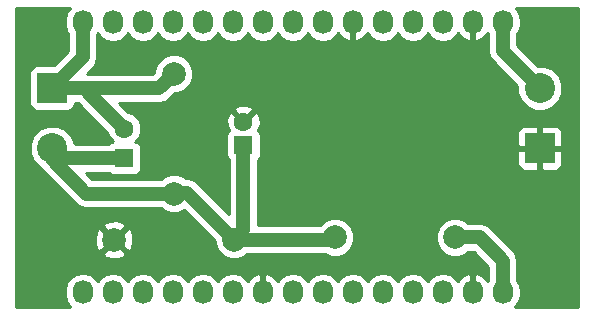
<source format=gbr>
G04 #@! TF.FileFunction,Copper,L2,Bot,Signal*
%FSLAX46Y46*%
G04 Gerber Fmt 4.6, Leading zero omitted, Abs format (unit mm)*
G04 Created by KiCad (PCBNEW 4.0.2+dfsg1-stable) date sáb 03 jun 2017 08:22:58 CEST*
%MOMM*%
G01*
G04 APERTURE LIST*
%ADD10C,0.100000*%
%ADD11R,1.600000X1.600000*%
%ADD12C,1.600000*%
%ADD13R,2.540000X2.540000*%
%ADD14C,2.540000*%
%ADD15C,1.998980*%
%ADD16O,1.727200X2.032000*%
%ADD17C,1.200000*%
%ADD18C,0.254000*%
G04 APERTURE END LIST*
D10*
D11*
X120800000Y-101200000D03*
D12*
X120800000Y-99200000D03*
D13*
X145900000Y-101440000D03*
D14*
X145900000Y-96360000D03*
D13*
X104600000Y-96360000D03*
D14*
X104600000Y-101440000D03*
D15*
X138700000Y-109000000D03*
X128540000Y-109000000D03*
X120000000Y-109200000D03*
X109840000Y-109200000D03*
X114900000Y-105300000D03*
X114900000Y-95140000D03*
D16*
X107200000Y-90800000D03*
X109740000Y-90800000D03*
X112280000Y-90800000D03*
X114820000Y-90800000D03*
X117360000Y-90800000D03*
X119900000Y-90800000D03*
X122440000Y-90800000D03*
X124980000Y-90800000D03*
X127520000Y-90800000D03*
X130060000Y-90800000D03*
X132600000Y-90800000D03*
X135140000Y-90800000D03*
X137680000Y-90800000D03*
X140220000Y-90800000D03*
X142760000Y-90800000D03*
X107200000Y-113660000D03*
X137680000Y-113660000D03*
X140220000Y-113660000D03*
X135140000Y-113660000D03*
X119900000Y-113660000D03*
X117360000Y-113660000D03*
X122440000Y-113660000D03*
X142760000Y-113660000D03*
X127520000Y-113660000D03*
X124980000Y-113660000D03*
X130060000Y-113660000D03*
X132600000Y-113660000D03*
X112280000Y-113660000D03*
X114820000Y-113660000D03*
X109740000Y-113660000D03*
D11*
X110700000Y-102300000D03*
D12*
X110700000Y-99800000D03*
D17*
X110700000Y-102300000D02*
X105460000Y-102300000D01*
X105460000Y-102300000D02*
X104600000Y-101440000D01*
X104600000Y-101440000D02*
X104600000Y-102400000D01*
X104600000Y-102400000D02*
X107500000Y-105300000D01*
X107500000Y-105300000D02*
X114900000Y-105300000D01*
X114900000Y-105300000D02*
X116000000Y-105200000D01*
X116000000Y-105200000D02*
X120000000Y-109200000D01*
X120800000Y-101200000D02*
X120800000Y-108400000D01*
X120800000Y-108400000D02*
X120000000Y-109200000D01*
X120000000Y-109200000D02*
X128340000Y-109200000D01*
X128340000Y-109200000D02*
X128540000Y-109000000D01*
X142760000Y-90800000D02*
X142760000Y-93220000D01*
X142760000Y-93220000D02*
X145900000Y-96360000D01*
X104600000Y-96360000D02*
X107260000Y-96360000D01*
X107260000Y-96360000D02*
X110700000Y-99800000D01*
X104600000Y-96360000D02*
X113680000Y-96360000D01*
X113680000Y-96360000D02*
X114900000Y-95140000D01*
X107200000Y-90800000D02*
X107200000Y-93760000D01*
X107200000Y-93760000D02*
X104600000Y-96360000D01*
X138700000Y-109000000D02*
X140800000Y-109000000D01*
X142760000Y-110960000D02*
X142760000Y-113660000D01*
X140800000Y-109000000D02*
X142760000Y-110960000D01*
D18*
G36*
X105815474Y-90041766D02*
X105701400Y-90615255D01*
X105701400Y-90984745D01*
X105815474Y-91558234D01*
X105965000Y-91782015D01*
X105965000Y-93248446D01*
X104770886Y-94442560D01*
X103330000Y-94442560D01*
X103094683Y-94486838D01*
X102878559Y-94625910D01*
X102733569Y-94838110D01*
X102682560Y-95090000D01*
X102682560Y-97630000D01*
X102726838Y-97865317D01*
X102865910Y-98081441D01*
X103078110Y-98226431D01*
X103330000Y-98277440D01*
X105870000Y-98277440D01*
X106105317Y-98233162D01*
X106321441Y-98094090D01*
X106466431Y-97881890D01*
X106517440Y-97630000D01*
X106517440Y-97595000D01*
X106748446Y-97595000D01*
X109283847Y-100130401D01*
X109482757Y-100611800D01*
X109751072Y-100880583D01*
X109664683Y-100896838D01*
X109448559Y-101035910D01*
X109428683Y-101065000D01*
X106505328Y-101065000D01*
X106505330Y-101062735D01*
X106215922Y-100362314D01*
X105680505Y-99825961D01*
X104980590Y-99535332D01*
X104222735Y-99534670D01*
X103522314Y-99824078D01*
X102985961Y-100359495D01*
X102695332Y-101059410D01*
X102694670Y-101817265D01*
X102984078Y-102517686D01*
X103519495Y-103054039D01*
X103603556Y-103088944D01*
X103726723Y-103273277D01*
X106626723Y-106173277D01*
X107027386Y-106440991D01*
X107500000Y-106535000D01*
X113823342Y-106535000D01*
X113972927Y-106684846D01*
X114573453Y-106934206D01*
X115223694Y-106934774D01*
X115764686Y-106711240D01*
X118365411Y-109311965D01*
X118365226Y-109523694D01*
X118613538Y-110124655D01*
X119072927Y-110584846D01*
X119673453Y-110834206D01*
X120323694Y-110834774D01*
X120924655Y-110586462D01*
X121076381Y-110435000D01*
X127733711Y-110435000D01*
X128213453Y-110634206D01*
X128863694Y-110634774D01*
X129464655Y-110386462D01*
X129924846Y-109927073D01*
X130174206Y-109326547D01*
X130174774Y-108676306D01*
X129926462Y-108075345D01*
X129467073Y-107615154D01*
X128866547Y-107365794D01*
X128216306Y-107365226D01*
X127615345Y-107613538D01*
X127263269Y-107965000D01*
X122035000Y-107965000D01*
X122035000Y-102474669D01*
X122051441Y-102464090D01*
X122196431Y-102251890D01*
X122247440Y-102000000D01*
X122247440Y-101725750D01*
X143995000Y-101725750D01*
X143995000Y-102836309D01*
X144091673Y-103069698D01*
X144270301Y-103248327D01*
X144503690Y-103345000D01*
X145614250Y-103345000D01*
X145773000Y-103186250D01*
X145773000Y-101567000D01*
X146027000Y-101567000D01*
X146027000Y-103186250D01*
X146185750Y-103345000D01*
X147296310Y-103345000D01*
X147529699Y-103248327D01*
X147708327Y-103069698D01*
X147805000Y-102836309D01*
X147805000Y-101725750D01*
X147646250Y-101567000D01*
X146027000Y-101567000D01*
X145773000Y-101567000D01*
X144153750Y-101567000D01*
X143995000Y-101725750D01*
X122247440Y-101725750D01*
X122247440Y-100400000D01*
X122203162Y-100164683D01*
X122125306Y-100043691D01*
X143995000Y-100043691D01*
X143995000Y-101154250D01*
X144153750Y-101313000D01*
X145773000Y-101313000D01*
X145773000Y-99693750D01*
X146027000Y-99693750D01*
X146027000Y-101313000D01*
X147646250Y-101313000D01*
X147805000Y-101154250D01*
X147805000Y-100043691D01*
X147708327Y-99810302D01*
X147529699Y-99631673D01*
X147296310Y-99535000D01*
X146185750Y-99535000D01*
X146027000Y-99693750D01*
X145773000Y-99693750D01*
X145614250Y-99535000D01*
X144503690Y-99535000D01*
X144270301Y-99631673D01*
X144091673Y-99810302D01*
X143995000Y-100043691D01*
X122125306Y-100043691D01*
X122064090Y-99948559D01*
X122057452Y-99944023D01*
X122246965Y-99416777D01*
X122219778Y-98846546D01*
X122053864Y-98445995D01*
X121807745Y-98371861D01*
X120979605Y-99200000D01*
X120993748Y-99214142D01*
X120814143Y-99393748D01*
X120800000Y-99379605D01*
X120785858Y-99393748D01*
X120606252Y-99214142D01*
X120620395Y-99200000D01*
X119792255Y-98371861D01*
X119546136Y-98445995D01*
X119353035Y-98983223D01*
X119380222Y-99553454D01*
X119542384Y-99944947D01*
X119403569Y-100148110D01*
X119352560Y-100400000D01*
X119352560Y-102000000D01*
X119396838Y-102235317D01*
X119535910Y-102451441D01*
X119565000Y-102471317D01*
X119565000Y-107018446D01*
X116873277Y-104326723D01*
X116826209Y-104295273D01*
X116790628Y-104251247D01*
X116627262Y-104162341D01*
X116472614Y-104059009D01*
X116417094Y-104047965D01*
X116367372Y-104020906D01*
X116182418Y-104001285D01*
X116000000Y-103965000D01*
X115944480Y-103976044D01*
X115888188Y-103970072D01*
X115882419Y-103970596D01*
X115827073Y-103915154D01*
X115226547Y-103665794D01*
X114576306Y-103665226D01*
X113975345Y-103913538D01*
X113823619Y-104065000D01*
X108011554Y-104065000D01*
X107481554Y-103535000D01*
X109425331Y-103535000D01*
X109435910Y-103551441D01*
X109648110Y-103696431D01*
X109900000Y-103747440D01*
X111500000Y-103747440D01*
X111735317Y-103703162D01*
X111951441Y-103564090D01*
X112096431Y-103351890D01*
X112147440Y-103100000D01*
X112147440Y-101500000D01*
X112103162Y-101264683D01*
X111964090Y-101048559D01*
X111751890Y-100903569D01*
X111646959Y-100882320D01*
X111915824Y-100613923D01*
X112134750Y-100086691D01*
X112135248Y-99515813D01*
X111917243Y-98988200D01*
X111513923Y-98584176D01*
X111029637Y-98383083D01*
X110838809Y-98192255D01*
X119971861Y-98192255D01*
X120800000Y-99020395D01*
X121628139Y-98192255D01*
X121554005Y-97946136D01*
X121016777Y-97753035D01*
X120446546Y-97780222D01*
X120045995Y-97946136D01*
X119971861Y-98192255D01*
X110838809Y-98192255D01*
X110241554Y-97595000D01*
X113680000Y-97595000D01*
X114152614Y-97500991D01*
X114553277Y-97233277D01*
X115011965Y-96774589D01*
X115223694Y-96774774D01*
X115824655Y-96526462D01*
X116284846Y-96067073D01*
X116534206Y-95466547D01*
X116534774Y-94816306D01*
X116286462Y-94215345D01*
X115827073Y-93755154D01*
X115226547Y-93505794D01*
X114576306Y-93505226D01*
X113975345Y-93753538D01*
X113515154Y-94212927D01*
X113265794Y-94813453D01*
X113265607Y-95027839D01*
X113168446Y-95125000D01*
X107581554Y-95125000D01*
X108073277Y-94633277D01*
X108340991Y-94232614D01*
X108435000Y-93760000D01*
X108435000Y-91782015D01*
X108470000Y-91729634D01*
X108680330Y-92044415D01*
X109166511Y-92369271D01*
X109740000Y-92483345D01*
X110313489Y-92369271D01*
X110799670Y-92044415D01*
X111010000Y-91729634D01*
X111220330Y-92044415D01*
X111706511Y-92369271D01*
X112280000Y-92483345D01*
X112853489Y-92369271D01*
X113339670Y-92044415D01*
X113550000Y-91729634D01*
X113760330Y-92044415D01*
X114246511Y-92369271D01*
X114820000Y-92483345D01*
X115393489Y-92369271D01*
X115879670Y-92044415D01*
X116090000Y-91729634D01*
X116300330Y-92044415D01*
X116786511Y-92369271D01*
X117360000Y-92483345D01*
X117933489Y-92369271D01*
X118419670Y-92044415D01*
X118630000Y-91729634D01*
X118840330Y-92044415D01*
X119326511Y-92369271D01*
X119900000Y-92483345D01*
X120473489Y-92369271D01*
X120959670Y-92044415D01*
X121170000Y-91729634D01*
X121380330Y-92044415D01*
X121866511Y-92369271D01*
X122440000Y-92483345D01*
X123013489Y-92369271D01*
X123499670Y-92044415D01*
X123710000Y-91729634D01*
X123920330Y-92044415D01*
X124406511Y-92369271D01*
X124980000Y-92483345D01*
X125553489Y-92369271D01*
X126039670Y-92044415D01*
X126250000Y-91729634D01*
X126460330Y-92044415D01*
X126946511Y-92369271D01*
X127520000Y-92483345D01*
X128093489Y-92369271D01*
X128579670Y-92044415D01*
X128786461Y-91734931D01*
X129157964Y-92150732D01*
X129685209Y-92404709D01*
X129700974Y-92407358D01*
X129933000Y-92286217D01*
X129933000Y-90927000D01*
X129913000Y-90927000D01*
X129913000Y-90673000D01*
X129933000Y-90673000D01*
X129933000Y-90653000D01*
X130187000Y-90653000D01*
X130187000Y-90673000D01*
X130207000Y-90673000D01*
X130207000Y-90927000D01*
X130187000Y-90927000D01*
X130187000Y-92286217D01*
X130419026Y-92407358D01*
X130434791Y-92404709D01*
X130962036Y-92150732D01*
X131333539Y-91734931D01*
X131540330Y-92044415D01*
X132026511Y-92369271D01*
X132600000Y-92483345D01*
X133173489Y-92369271D01*
X133659670Y-92044415D01*
X133870000Y-91729634D01*
X134080330Y-92044415D01*
X134566511Y-92369271D01*
X135140000Y-92483345D01*
X135713489Y-92369271D01*
X136199670Y-92044415D01*
X136410000Y-91729634D01*
X136620330Y-92044415D01*
X137106511Y-92369271D01*
X137680000Y-92483345D01*
X138253489Y-92369271D01*
X138739670Y-92044415D01*
X138946461Y-91734931D01*
X139317964Y-92150732D01*
X139845209Y-92404709D01*
X139860974Y-92407358D01*
X140093000Y-92286217D01*
X140093000Y-90927000D01*
X140073000Y-90927000D01*
X140073000Y-90673000D01*
X140093000Y-90673000D01*
X140093000Y-90653000D01*
X140347000Y-90653000D01*
X140347000Y-90673000D01*
X140367000Y-90673000D01*
X140367000Y-90927000D01*
X140347000Y-90927000D01*
X140347000Y-92286217D01*
X140579026Y-92407358D01*
X140594791Y-92404709D01*
X141122036Y-92150732D01*
X141493539Y-91734931D01*
X141525000Y-91782015D01*
X141525000Y-93220000D01*
X141619009Y-93692614D01*
X141886723Y-94093277D01*
X143995138Y-96201692D01*
X143994670Y-96737265D01*
X144284078Y-97437686D01*
X144819495Y-97974039D01*
X145519410Y-98264668D01*
X146277265Y-98265330D01*
X146977686Y-97975922D01*
X147514039Y-97440505D01*
X147804668Y-96740590D01*
X147805330Y-95982735D01*
X147515922Y-95282314D01*
X146980505Y-94745961D01*
X146280590Y-94455332D01*
X145741415Y-94454861D01*
X143995000Y-92708446D01*
X143995000Y-91782015D01*
X144144526Y-91558234D01*
X144258600Y-90984745D01*
X144258600Y-90615255D01*
X144144526Y-90041766D01*
X143856029Y-89610000D01*
X149090000Y-89610000D01*
X149090000Y-114890000D01*
X143829302Y-114890000D01*
X144144526Y-114418234D01*
X144258600Y-113844745D01*
X144258600Y-113475255D01*
X144144526Y-112901766D01*
X143995000Y-112677985D01*
X143995000Y-110960000D01*
X143900991Y-110487386D01*
X143633277Y-110086723D01*
X141673277Y-108126723D01*
X141272614Y-107859009D01*
X140800000Y-107765000D01*
X139776658Y-107765000D01*
X139627073Y-107615154D01*
X139026547Y-107365794D01*
X138376306Y-107365226D01*
X137775345Y-107613538D01*
X137315154Y-108072927D01*
X137065794Y-108673453D01*
X137065226Y-109323694D01*
X137313538Y-109924655D01*
X137772927Y-110384846D01*
X138373453Y-110634206D01*
X139023694Y-110634774D01*
X139624655Y-110386462D01*
X139776381Y-110235000D01*
X140288446Y-110235000D01*
X141525000Y-111471554D01*
X141525000Y-112677985D01*
X141493539Y-112725069D01*
X141122036Y-112309268D01*
X140594791Y-112055291D01*
X140579026Y-112052642D01*
X140347000Y-112173783D01*
X140347000Y-113533000D01*
X140367000Y-113533000D01*
X140367000Y-113787000D01*
X140347000Y-113787000D01*
X140347000Y-113807000D01*
X140093000Y-113807000D01*
X140093000Y-113787000D01*
X140073000Y-113787000D01*
X140073000Y-113533000D01*
X140093000Y-113533000D01*
X140093000Y-112173783D01*
X139860974Y-112052642D01*
X139845209Y-112055291D01*
X139317964Y-112309268D01*
X138946461Y-112725069D01*
X138739670Y-112415585D01*
X138253489Y-112090729D01*
X137680000Y-111976655D01*
X137106511Y-112090729D01*
X136620330Y-112415585D01*
X136410000Y-112730366D01*
X136199670Y-112415585D01*
X135713489Y-112090729D01*
X135140000Y-111976655D01*
X134566511Y-112090729D01*
X134080330Y-112415585D01*
X133870000Y-112730366D01*
X133659670Y-112415585D01*
X133173489Y-112090729D01*
X132600000Y-111976655D01*
X132026511Y-112090729D01*
X131540330Y-112415585D01*
X131330000Y-112730366D01*
X131119670Y-112415585D01*
X130633489Y-112090729D01*
X130060000Y-111976655D01*
X129486511Y-112090729D01*
X129000330Y-112415585D01*
X128790000Y-112730366D01*
X128579670Y-112415585D01*
X128093489Y-112090729D01*
X127520000Y-111976655D01*
X126946511Y-112090729D01*
X126460330Y-112415585D01*
X126250000Y-112730366D01*
X126039670Y-112415585D01*
X125553489Y-112090729D01*
X124980000Y-111976655D01*
X124406511Y-112090729D01*
X123920330Y-112415585D01*
X123713539Y-112725069D01*
X123342036Y-112309268D01*
X122814791Y-112055291D01*
X122799026Y-112052642D01*
X122567000Y-112173783D01*
X122567000Y-113533000D01*
X122587000Y-113533000D01*
X122587000Y-113787000D01*
X122567000Y-113787000D01*
X122567000Y-113807000D01*
X122313000Y-113807000D01*
X122313000Y-113787000D01*
X122293000Y-113787000D01*
X122293000Y-113533000D01*
X122313000Y-113533000D01*
X122313000Y-112173783D01*
X122080974Y-112052642D01*
X122065209Y-112055291D01*
X121537964Y-112309268D01*
X121166461Y-112725069D01*
X120959670Y-112415585D01*
X120473489Y-112090729D01*
X119900000Y-111976655D01*
X119326511Y-112090729D01*
X118840330Y-112415585D01*
X118630000Y-112730366D01*
X118419670Y-112415585D01*
X117933489Y-112090729D01*
X117360000Y-111976655D01*
X116786511Y-112090729D01*
X116300330Y-112415585D01*
X116090000Y-112730366D01*
X115879670Y-112415585D01*
X115393489Y-112090729D01*
X114820000Y-111976655D01*
X114246511Y-112090729D01*
X113760330Y-112415585D01*
X113550000Y-112730366D01*
X113339670Y-112415585D01*
X112853489Y-112090729D01*
X112280000Y-111976655D01*
X111706511Y-112090729D01*
X111220330Y-112415585D01*
X111010000Y-112730366D01*
X110799670Y-112415585D01*
X110313489Y-112090729D01*
X109740000Y-111976655D01*
X109166511Y-112090729D01*
X108680330Y-112415585D01*
X108470000Y-112730366D01*
X108259670Y-112415585D01*
X107773489Y-112090729D01*
X107200000Y-111976655D01*
X106626511Y-112090729D01*
X106140330Y-112415585D01*
X105815474Y-112901766D01*
X105701400Y-113475255D01*
X105701400Y-113844745D01*
X105815474Y-114418234D01*
X106130698Y-114890000D01*
X101510000Y-114890000D01*
X101510000Y-110352163D01*
X108867443Y-110352163D01*
X108966042Y-110618965D01*
X109575582Y-110845401D01*
X110225377Y-110821341D01*
X110713958Y-110618965D01*
X110812557Y-110352163D01*
X109840000Y-109379605D01*
X108867443Y-110352163D01*
X101510000Y-110352163D01*
X101510000Y-108935582D01*
X108194599Y-108935582D01*
X108218659Y-109585377D01*
X108421035Y-110073958D01*
X108687837Y-110172557D01*
X109660395Y-109200000D01*
X110019605Y-109200000D01*
X110992163Y-110172557D01*
X111258965Y-110073958D01*
X111485401Y-109464418D01*
X111461341Y-108814623D01*
X111258965Y-108326042D01*
X110992163Y-108227443D01*
X110019605Y-109200000D01*
X109660395Y-109200000D01*
X108687837Y-108227443D01*
X108421035Y-108326042D01*
X108194599Y-108935582D01*
X101510000Y-108935582D01*
X101510000Y-108047837D01*
X108867443Y-108047837D01*
X109840000Y-109020395D01*
X110812557Y-108047837D01*
X110713958Y-107781035D01*
X110104418Y-107554599D01*
X109454623Y-107578659D01*
X108966042Y-107781035D01*
X108867443Y-108047837D01*
X101510000Y-108047837D01*
X101510000Y-89610000D01*
X106103971Y-89610000D01*
X105815474Y-90041766D01*
X105815474Y-90041766D01*
G37*
X105815474Y-90041766D02*
X105701400Y-90615255D01*
X105701400Y-90984745D01*
X105815474Y-91558234D01*
X105965000Y-91782015D01*
X105965000Y-93248446D01*
X104770886Y-94442560D01*
X103330000Y-94442560D01*
X103094683Y-94486838D01*
X102878559Y-94625910D01*
X102733569Y-94838110D01*
X102682560Y-95090000D01*
X102682560Y-97630000D01*
X102726838Y-97865317D01*
X102865910Y-98081441D01*
X103078110Y-98226431D01*
X103330000Y-98277440D01*
X105870000Y-98277440D01*
X106105317Y-98233162D01*
X106321441Y-98094090D01*
X106466431Y-97881890D01*
X106517440Y-97630000D01*
X106517440Y-97595000D01*
X106748446Y-97595000D01*
X109283847Y-100130401D01*
X109482757Y-100611800D01*
X109751072Y-100880583D01*
X109664683Y-100896838D01*
X109448559Y-101035910D01*
X109428683Y-101065000D01*
X106505328Y-101065000D01*
X106505330Y-101062735D01*
X106215922Y-100362314D01*
X105680505Y-99825961D01*
X104980590Y-99535332D01*
X104222735Y-99534670D01*
X103522314Y-99824078D01*
X102985961Y-100359495D01*
X102695332Y-101059410D01*
X102694670Y-101817265D01*
X102984078Y-102517686D01*
X103519495Y-103054039D01*
X103603556Y-103088944D01*
X103726723Y-103273277D01*
X106626723Y-106173277D01*
X107027386Y-106440991D01*
X107500000Y-106535000D01*
X113823342Y-106535000D01*
X113972927Y-106684846D01*
X114573453Y-106934206D01*
X115223694Y-106934774D01*
X115764686Y-106711240D01*
X118365411Y-109311965D01*
X118365226Y-109523694D01*
X118613538Y-110124655D01*
X119072927Y-110584846D01*
X119673453Y-110834206D01*
X120323694Y-110834774D01*
X120924655Y-110586462D01*
X121076381Y-110435000D01*
X127733711Y-110435000D01*
X128213453Y-110634206D01*
X128863694Y-110634774D01*
X129464655Y-110386462D01*
X129924846Y-109927073D01*
X130174206Y-109326547D01*
X130174774Y-108676306D01*
X129926462Y-108075345D01*
X129467073Y-107615154D01*
X128866547Y-107365794D01*
X128216306Y-107365226D01*
X127615345Y-107613538D01*
X127263269Y-107965000D01*
X122035000Y-107965000D01*
X122035000Y-102474669D01*
X122051441Y-102464090D01*
X122196431Y-102251890D01*
X122247440Y-102000000D01*
X122247440Y-101725750D01*
X143995000Y-101725750D01*
X143995000Y-102836309D01*
X144091673Y-103069698D01*
X144270301Y-103248327D01*
X144503690Y-103345000D01*
X145614250Y-103345000D01*
X145773000Y-103186250D01*
X145773000Y-101567000D01*
X146027000Y-101567000D01*
X146027000Y-103186250D01*
X146185750Y-103345000D01*
X147296310Y-103345000D01*
X147529699Y-103248327D01*
X147708327Y-103069698D01*
X147805000Y-102836309D01*
X147805000Y-101725750D01*
X147646250Y-101567000D01*
X146027000Y-101567000D01*
X145773000Y-101567000D01*
X144153750Y-101567000D01*
X143995000Y-101725750D01*
X122247440Y-101725750D01*
X122247440Y-100400000D01*
X122203162Y-100164683D01*
X122125306Y-100043691D01*
X143995000Y-100043691D01*
X143995000Y-101154250D01*
X144153750Y-101313000D01*
X145773000Y-101313000D01*
X145773000Y-99693750D01*
X146027000Y-99693750D01*
X146027000Y-101313000D01*
X147646250Y-101313000D01*
X147805000Y-101154250D01*
X147805000Y-100043691D01*
X147708327Y-99810302D01*
X147529699Y-99631673D01*
X147296310Y-99535000D01*
X146185750Y-99535000D01*
X146027000Y-99693750D01*
X145773000Y-99693750D01*
X145614250Y-99535000D01*
X144503690Y-99535000D01*
X144270301Y-99631673D01*
X144091673Y-99810302D01*
X143995000Y-100043691D01*
X122125306Y-100043691D01*
X122064090Y-99948559D01*
X122057452Y-99944023D01*
X122246965Y-99416777D01*
X122219778Y-98846546D01*
X122053864Y-98445995D01*
X121807745Y-98371861D01*
X120979605Y-99200000D01*
X120993748Y-99214142D01*
X120814143Y-99393748D01*
X120800000Y-99379605D01*
X120785858Y-99393748D01*
X120606252Y-99214142D01*
X120620395Y-99200000D01*
X119792255Y-98371861D01*
X119546136Y-98445995D01*
X119353035Y-98983223D01*
X119380222Y-99553454D01*
X119542384Y-99944947D01*
X119403569Y-100148110D01*
X119352560Y-100400000D01*
X119352560Y-102000000D01*
X119396838Y-102235317D01*
X119535910Y-102451441D01*
X119565000Y-102471317D01*
X119565000Y-107018446D01*
X116873277Y-104326723D01*
X116826209Y-104295273D01*
X116790628Y-104251247D01*
X116627262Y-104162341D01*
X116472614Y-104059009D01*
X116417094Y-104047965D01*
X116367372Y-104020906D01*
X116182418Y-104001285D01*
X116000000Y-103965000D01*
X115944480Y-103976044D01*
X115888188Y-103970072D01*
X115882419Y-103970596D01*
X115827073Y-103915154D01*
X115226547Y-103665794D01*
X114576306Y-103665226D01*
X113975345Y-103913538D01*
X113823619Y-104065000D01*
X108011554Y-104065000D01*
X107481554Y-103535000D01*
X109425331Y-103535000D01*
X109435910Y-103551441D01*
X109648110Y-103696431D01*
X109900000Y-103747440D01*
X111500000Y-103747440D01*
X111735317Y-103703162D01*
X111951441Y-103564090D01*
X112096431Y-103351890D01*
X112147440Y-103100000D01*
X112147440Y-101500000D01*
X112103162Y-101264683D01*
X111964090Y-101048559D01*
X111751890Y-100903569D01*
X111646959Y-100882320D01*
X111915824Y-100613923D01*
X112134750Y-100086691D01*
X112135248Y-99515813D01*
X111917243Y-98988200D01*
X111513923Y-98584176D01*
X111029637Y-98383083D01*
X110838809Y-98192255D01*
X119971861Y-98192255D01*
X120800000Y-99020395D01*
X121628139Y-98192255D01*
X121554005Y-97946136D01*
X121016777Y-97753035D01*
X120446546Y-97780222D01*
X120045995Y-97946136D01*
X119971861Y-98192255D01*
X110838809Y-98192255D01*
X110241554Y-97595000D01*
X113680000Y-97595000D01*
X114152614Y-97500991D01*
X114553277Y-97233277D01*
X115011965Y-96774589D01*
X115223694Y-96774774D01*
X115824655Y-96526462D01*
X116284846Y-96067073D01*
X116534206Y-95466547D01*
X116534774Y-94816306D01*
X116286462Y-94215345D01*
X115827073Y-93755154D01*
X115226547Y-93505794D01*
X114576306Y-93505226D01*
X113975345Y-93753538D01*
X113515154Y-94212927D01*
X113265794Y-94813453D01*
X113265607Y-95027839D01*
X113168446Y-95125000D01*
X107581554Y-95125000D01*
X108073277Y-94633277D01*
X108340991Y-94232614D01*
X108435000Y-93760000D01*
X108435000Y-91782015D01*
X108470000Y-91729634D01*
X108680330Y-92044415D01*
X109166511Y-92369271D01*
X109740000Y-92483345D01*
X110313489Y-92369271D01*
X110799670Y-92044415D01*
X111010000Y-91729634D01*
X111220330Y-92044415D01*
X111706511Y-92369271D01*
X112280000Y-92483345D01*
X112853489Y-92369271D01*
X113339670Y-92044415D01*
X113550000Y-91729634D01*
X113760330Y-92044415D01*
X114246511Y-92369271D01*
X114820000Y-92483345D01*
X115393489Y-92369271D01*
X115879670Y-92044415D01*
X116090000Y-91729634D01*
X116300330Y-92044415D01*
X116786511Y-92369271D01*
X117360000Y-92483345D01*
X117933489Y-92369271D01*
X118419670Y-92044415D01*
X118630000Y-91729634D01*
X118840330Y-92044415D01*
X119326511Y-92369271D01*
X119900000Y-92483345D01*
X120473489Y-92369271D01*
X120959670Y-92044415D01*
X121170000Y-91729634D01*
X121380330Y-92044415D01*
X121866511Y-92369271D01*
X122440000Y-92483345D01*
X123013489Y-92369271D01*
X123499670Y-92044415D01*
X123710000Y-91729634D01*
X123920330Y-92044415D01*
X124406511Y-92369271D01*
X124980000Y-92483345D01*
X125553489Y-92369271D01*
X126039670Y-92044415D01*
X126250000Y-91729634D01*
X126460330Y-92044415D01*
X126946511Y-92369271D01*
X127520000Y-92483345D01*
X128093489Y-92369271D01*
X128579670Y-92044415D01*
X128786461Y-91734931D01*
X129157964Y-92150732D01*
X129685209Y-92404709D01*
X129700974Y-92407358D01*
X129933000Y-92286217D01*
X129933000Y-90927000D01*
X129913000Y-90927000D01*
X129913000Y-90673000D01*
X129933000Y-90673000D01*
X129933000Y-90653000D01*
X130187000Y-90653000D01*
X130187000Y-90673000D01*
X130207000Y-90673000D01*
X130207000Y-90927000D01*
X130187000Y-90927000D01*
X130187000Y-92286217D01*
X130419026Y-92407358D01*
X130434791Y-92404709D01*
X130962036Y-92150732D01*
X131333539Y-91734931D01*
X131540330Y-92044415D01*
X132026511Y-92369271D01*
X132600000Y-92483345D01*
X133173489Y-92369271D01*
X133659670Y-92044415D01*
X133870000Y-91729634D01*
X134080330Y-92044415D01*
X134566511Y-92369271D01*
X135140000Y-92483345D01*
X135713489Y-92369271D01*
X136199670Y-92044415D01*
X136410000Y-91729634D01*
X136620330Y-92044415D01*
X137106511Y-92369271D01*
X137680000Y-92483345D01*
X138253489Y-92369271D01*
X138739670Y-92044415D01*
X138946461Y-91734931D01*
X139317964Y-92150732D01*
X139845209Y-92404709D01*
X139860974Y-92407358D01*
X140093000Y-92286217D01*
X140093000Y-90927000D01*
X140073000Y-90927000D01*
X140073000Y-90673000D01*
X140093000Y-90673000D01*
X140093000Y-90653000D01*
X140347000Y-90653000D01*
X140347000Y-90673000D01*
X140367000Y-90673000D01*
X140367000Y-90927000D01*
X140347000Y-90927000D01*
X140347000Y-92286217D01*
X140579026Y-92407358D01*
X140594791Y-92404709D01*
X141122036Y-92150732D01*
X141493539Y-91734931D01*
X141525000Y-91782015D01*
X141525000Y-93220000D01*
X141619009Y-93692614D01*
X141886723Y-94093277D01*
X143995138Y-96201692D01*
X143994670Y-96737265D01*
X144284078Y-97437686D01*
X144819495Y-97974039D01*
X145519410Y-98264668D01*
X146277265Y-98265330D01*
X146977686Y-97975922D01*
X147514039Y-97440505D01*
X147804668Y-96740590D01*
X147805330Y-95982735D01*
X147515922Y-95282314D01*
X146980505Y-94745961D01*
X146280590Y-94455332D01*
X145741415Y-94454861D01*
X143995000Y-92708446D01*
X143995000Y-91782015D01*
X144144526Y-91558234D01*
X144258600Y-90984745D01*
X144258600Y-90615255D01*
X144144526Y-90041766D01*
X143856029Y-89610000D01*
X149090000Y-89610000D01*
X149090000Y-114890000D01*
X143829302Y-114890000D01*
X144144526Y-114418234D01*
X144258600Y-113844745D01*
X144258600Y-113475255D01*
X144144526Y-112901766D01*
X143995000Y-112677985D01*
X143995000Y-110960000D01*
X143900991Y-110487386D01*
X143633277Y-110086723D01*
X141673277Y-108126723D01*
X141272614Y-107859009D01*
X140800000Y-107765000D01*
X139776658Y-107765000D01*
X139627073Y-107615154D01*
X139026547Y-107365794D01*
X138376306Y-107365226D01*
X137775345Y-107613538D01*
X137315154Y-108072927D01*
X137065794Y-108673453D01*
X137065226Y-109323694D01*
X137313538Y-109924655D01*
X137772927Y-110384846D01*
X138373453Y-110634206D01*
X139023694Y-110634774D01*
X139624655Y-110386462D01*
X139776381Y-110235000D01*
X140288446Y-110235000D01*
X141525000Y-111471554D01*
X141525000Y-112677985D01*
X141493539Y-112725069D01*
X141122036Y-112309268D01*
X140594791Y-112055291D01*
X140579026Y-112052642D01*
X140347000Y-112173783D01*
X140347000Y-113533000D01*
X140367000Y-113533000D01*
X140367000Y-113787000D01*
X140347000Y-113787000D01*
X140347000Y-113807000D01*
X140093000Y-113807000D01*
X140093000Y-113787000D01*
X140073000Y-113787000D01*
X140073000Y-113533000D01*
X140093000Y-113533000D01*
X140093000Y-112173783D01*
X139860974Y-112052642D01*
X139845209Y-112055291D01*
X139317964Y-112309268D01*
X138946461Y-112725069D01*
X138739670Y-112415585D01*
X138253489Y-112090729D01*
X137680000Y-111976655D01*
X137106511Y-112090729D01*
X136620330Y-112415585D01*
X136410000Y-112730366D01*
X136199670Y-112415585D01*
X135713489Y-112090729D01*
X135140000Y-111976655D01*
X134566511Y-112090729D01*
X134080330Y-112415585D01*
X133870000Y-112730366D01*
X133659670Y-112415585D01*
X133173489Y-112090729D01*
X132600000Y-111976655D01*
X132026511Y-112090729D01*
X131540330Y-112415585D01*
X131330000Y-112730366D01*
X131119670Y-112415585D01*
X130633489Y-112090729D01*
X130060000Y-111976655D01*
X129486511Y-112090729D01*
X129000330Y-112415585D01*
X128790000Y-112730366D01*
X128579670Y-112415585D01*
X128093489Y-112090729D01*
X127520000Y-111976655D01*
X126946511Y-112090729D01*
X126460330Y-112415585D01*
X126250000Y-112730366D01*
X126039670Y-112415585D01*
X125553489Y-112090729D01*
X124980000Y-111976655D01*
X124406511Y-112090729D01*
X123920330Y-112415585D01*
X123713539Y-112725069D01*
X123342036Y-112309268D01*
X122814791Y-112055291D01*
X122799026Y-112052642D01*
X122567000Y-112173783D01*
X122567000Y-113533000D01*
X122587000Y-113533000D01*
X122587000Y-113787000D01*
X122567000Y-113787000D01*
X122567000Y-113807000D01*
X122313000Y-113807000D01*
X122313000Y-113787000D01*
X122293000Y-113787000D01*
X122293000Y-113533000D01*
X122313000Y-113533000D01*
X122313000Y-112173783D01*
X122080974Y-112052642D01*
X122065209Y-112055291D01*
X121537964Y-112309268D01*
X121166461Y-112725069D01*
X120959670Y-112415585D01*
X120473489Y-112090729D01*
X119900000Y-111976655D01*
X119326511Y-112090729D01*
X118840330Y-112415585D01*
X118630000Y-112730366D01*
X118419670Y-112415585D01*
X117933489Y-112090729D01*
X117360000Y-111976655D01*
X116786511Y-112090729D01*
X116300330Y-112415585D01*
X116090000Y-112730366D01*
X115879670Y-112415585D01*
X115393489Y-112090729D01*
X114820000Y-111976655D01*
X114246511Y-112090729D01*
X113760330Y-112415585D01*
X113550000Y-112730366D01*
X113339670Y-112415585D01*
X112853489Y-112090729D01*
X112280000Y-111976655D01*
X111706511Y-112090729D01*
X111220330Y-112415585D01*
X111010000Y-112730366D01*
X110799670Y-112415585D01*
X110313489Y-112090729D01*
X109740000Y-111976655D01*
X109166511Y-112090729D01*
X108680330Y-112415585D01*
X108470000Y-112730366D01*
X108259670Y-112415585D01*
X107773489Y-112090729D01*
X107200000Y-111976655D01*
X106626511Y-112090729D01*
X106140330Y-112415585D01*
X105815474Y-112901766D01*
X105701400Y-113475255D01*
X105701400Y-113844745D01*
X105815474Y-114418234D01*
X106130698Y-114890000D01*
X101510000Y-114890000D01*
X101510000Y-110352163D01*
X108867443Y-110352163D01*
X108966042Y-110618965D01*
X109575582Y-110845401D01*
X110225377Y-110821341D01*
X110713958Y-110618965D01*
X110812557Y-110352163D01*
X109840000Y-109379605D01*
X108867443Y-110352163D01*
X101510000Y-110352163D01*
X101510000Y-108935582D01*
X108194599Y-108935582D01*
X108218659Y-109585377D01*
X108421035Y-110073958D01*
X108687837Y-110172557D01*
X109660395Y-109200000D01*
X110019605Y-109200000D01*
X110992163Y-110172557D01*
X111258965Y-110073958D01*
X111485401Y-109464418D01*
X111461341Y-108814623D01*
X111258965Y-108326042D01*
X110992163Y-108227443D01*
X110019605Y-109200000D01*
X109660395Y-109200000D01*
X108687837Y-108227443D01*
X108421035Y-108326042D01*
X108194599Y-108935582D01*
X101510000Y-108935582D01*
X101510000Y-108047837D01*
X108867443Y-108047837D01*
X109840000Y-109020395D01*
X110812557Y-108047837D01*
X110713958Y-107781035D01*
X110104418Y-107554599D01*
X109454623Y-107578659D01*
X108966042Y-107781035D01*
X108867443Y-108047837D01*
X101510000Y-108047837D01*
X101510000Y-89610000D01*
X106103971Y-89610000D01*
X105815474Y-90041766D01*
M02*

</source>
